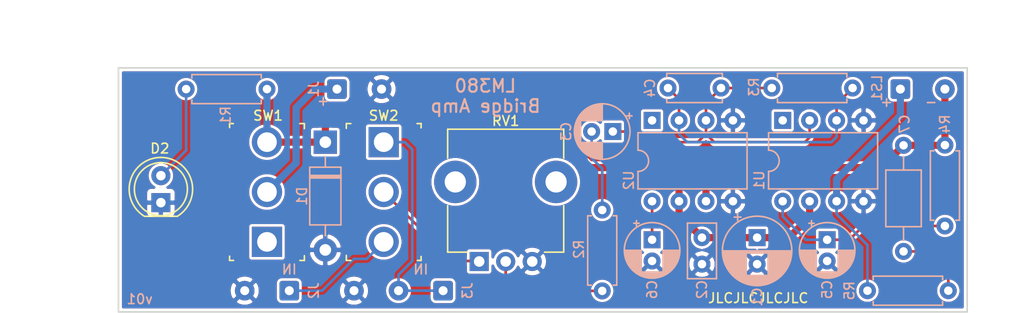
<source format=kicad_pcb>
(kicad_pcb (version 20171130) (host pcbnew "(5.1.9)-1")
  (title_block (title "LM380 - Bridge Amplifier") (date 2021-04-22) (rev v01) (comment 4 "Author: Graeme Thompson"))
  (layers (0 F.Cu signal) (31 B.Cu signal) (34 B.Paste user) (35 F.Paste user) (36 B.SilkS user) (37 F.SilkS user) (38 B.Mask user) (39 F.Mask user) (44 Edge.Cuts user))
  (net 0 "")
  (net 1 +15V)
  (net 2 "Net-(C3-Pad2)")
  (net 3 "Net-(C3-Pad1)")
  (net 4 "Net-(C4-Pad1)")
  (net 5 "Net-(C5-Pad1)")
  (net 6 "Net-(C6-Pad1)")
  (net 7 "Net-(C7-Pad1)")
  (net 8 "Net-(C7-Pad2)")
  (net 9 "Net-(D2-Pad2)")
  (net 10 "Net-(J1-Pad1)")
  (net 11 "Net-(LS1-Pad1)")
  (net 12 "Net-(R2-Pad2)")
  (net 13 "Net-(SW1-Pad1)")
  (net 14 "Net-(U1-Pad1)")
  (net 15 "Net-(U2-Pad1)")
  (net 16 "Net-(J2-Pad1)")
  (net 17 "Net-(J3-Pad1)")
  (net 18 GND)
  (net 19 /IN)
  (module Connector_Wire:SolderWire-0.25sqmm_1x02_P4.2mm_D0.65mm_OD1.7mm (layer B.Cu) (at 120.6 62)
    (fp_text reference J1 (at -2.2 0 90) (layer B.SilkS) (effects (font (size 0.918 0.918) (thickness 0.153)) (justify mirror)))
    (fp_text value Barrel_Jack)
    (pad 2 thru_hole circle (at 4.2 0) (size 1.85 1.85) (drill 0.85) (layers *.Cu *.Mask) (net 18 GND))
    (pad 1 thru_hole roundrect (at 0 0) (size 1.85 1.85) (drill 0.85) (layers *.Cu *.Mask) (roundrect_rratio 0.1351345945945946) (net 10 "Net-(J1-Pad1)"))
  )
  (module Diode_THT:D_DO-41_SOD81_P10.16mm_Horizontal (layer B.Cu) (at 119.5 67 270)
    (fp_text reference D1 (at 5.1 2.2 90) (layer B.SilkS) (effects (font (size 0.918 0.918) (thickness 0.153)) (justify mirror)))
    (fp_text value IN5817)
    (pad 2 thru_hole oval (at 10.16 0 270) (size 2.2 2.2) (drill 1.1) (layers *.Cu *.Mask) (net 18 GND))
    (pad 1 thru_hole rect (at 0 0 270) (size 2.2 2.2) (drill 1.1) (layers *.Cu *.Mask) (net 1 +15V))
  )
  (module Capacitor_THT:CP_Radial_D6.3mm_P2.50mm (layer B.Cu) (at 160.2 76 270)
    (fp_text reference C1 (at 5.6 0 270) (layer B.SilkS) (effects (font (size 0.918 0.918) (thickness 0.153)) (justify mirror)))
    (fp_text value 220u)
    (pad 1 thru_hole rect (at 0 0 270) (size 1.6 1.6) (drill 0.8) (layers *.Cu *.Mask) (net 1 +15V))
    (pad 2 thru_hole circle (at 2.5 0 270) (size 1.6 1.6) (drill 0.8) (layers *.Cu *.Mask) (net 18 GND))
  )
  (module Capacitor_THT:C_Disc_D5.0mm_W2.5mm_P2.50mm (layer B.Cu) (at 155 76 270)
    (fp_text reference C2 (at 4.9 0 270) (layer B.SilkS) (effects (font (size 0.918 0.918) (thickness 0.153)) (justify mirror)))
    (fp_text value 10n)
    (pad 1 thru_hole circle (at 0 0 270) (size 1.6 1.6) (drill 0.8) (layers *.Cu *.Mask) (net 1 +15V))
    (pad 2 thru_hole circle (at 2.5 0 270) (size 1.6 1.6) (drill 0.8) (layers *.Cu *.Mask) (net 18 GND))
  )
  (module Capacitor_THT:CP_Radial_D5.0mm_P2.00mm (layer B.Cu) (at 146.6 66 180)
    (fp_text reference C3 (at 4.4 0 90) (layer B.SilkS) (effects (font (size 0.918 0.918) (thickness 0.153)) (justify mirror)))
    (fp_text value 10u)
    (pad 2 thru_hole circle (at 2 0 180) (size 1.6 1.6) (drill 0.8) (layers *.Cu *.Mask) (net 2 "Net-(C3-Pad2)"))
    (pad 1 thru_hole rect (at 0 0 180) (size 1.6 1.6) (drill 0.8) (layers *.Cu *.Mask) (net 3 "Net-(C3-Pad1)"))
  )
  (module Capacitor_THT:C_Disc_D5.0mm_W2.5mm_P5.00mm (layer B.Cu) (at 151.8 61.9)
    (fp_text reference C4 (at -1.7 0 90) (layer B.SilkS) (effects (font (size 0.918 0.918) (thickness 0.153)) (justify mirror)))
    (fp_text value 100p)
    (pad 1 thru_hole circle (at 0 0) (size 1.6 1.6) (drill 0.8) (layers *.Cu *.Mask) (net 4 "Net-(C4-Pad1)"))
    (pad 2 thru_hole circle (at 5 0) (size 1.6 1.6) (drill 0.8) (layers *.Cu *.Mask) (net 3 "Net-(C3-Pad1)"))
  )
  (module Capacitor_THT:CP_Radial_D5.0mm_P2.00mm (layer B.Cu) (at 166.8 76.2 270)
    (fp_text reference C5 (at 4.7 0 270) (layer B.SilkS) (effects (font (size 0.918 0.918) (thickness 0.153)) (justify mirror)))
    (fp_text value 10u)
    (pad 1 thru_hole rect (at 0 0 270) (size 1.6 1.6) (drill 0.8) (layers *.Cu *.Mask) (net 5 "Net-(C5-Pad1)"))
    (pad 2 thru_hole circle (at 2 0 270) (size 1.6 1.6) (drill 0.8) (layers *.Cu *.Mask) (net 18 GND))
  )
  (module Capacitor_THT:CP_Radial_D5.0mm_P2.00mm (layer B.Cu) (at 150.3 76.2 270)
    (fp_text reference C6 (at 4.7 0 270) (layer B.SilkS) (effects (font (size 0.918 0.918) (thickness 0.153)) (justify mirror)))
    (fp_text value 10u)
    (pad 1 thru_hole rect (at 0 0 270) (size 1.6 1.6) (drill 0.8) (layers *.Cu *.Mask) (net 6 "Net-(C6-Pad1)"))
    (pad 2 thru_hole circle (at 2 0 270) (size 1.6 1.6) (drill 0.8) (layers *.Cu *.Mask) (net 18 GND))
  )
  (module Capacitor_THT:C_Axial_L5.1mm_D3.1mm_P10.00mm_Horizontal (layer B.Cu) (at 174 77.3 90)
    (fp_text reference C7 (at 12 0.1 90) (layer B.SilkS) (effects (font (size 0.918 0.918) (thickness 0.153)) (justify mirror)))
    (fp_text value 0.1u)
    (pad 1 thru_hole circle (at 0 0 90) (size 1.6 1.6) (drill 0.8) (layers *.Cu *.Mask) (net 7 "Net-(C7-Pad1)"))
    (pad 2 thru_hole oval (at 10 0 90) (size 1.6 1.6) (drill 0.8) (layers *.Cu *.Mask) (net 8 "Net-(C7-Pad2)"))
  )
  (module LED_THT:LED_D5.0mm_Clear (layer F.Cu) (at 104 72.7 90)
    (fp_text reference D2 (at 5.1 -0.1 180) (layer F.SilkS) (effects (font (size 0.918 0.918) (thickness 0.153))))
    (fp_text value LED)
    (pad 1 thru_hole rect (at 0 0 90) (size 1.8 1.8) (drill 0.9) (layers *.Cu *.Mask) (net 18 GND))
    (pad 2 thru_hole circle (at 2.54 0 90) (size 1.8 1.8) (drill 0.9) (layers *.Cu *.Mask) (net 9 "Net-(D2-Pad2)"))
  )
  (module Connector_Wire:SolderWire-0.25sqmm_1x02_P4.2mm_D0.65mm_OD1.7mm (layer B.Cu) (at 173.7 62)
    (fp_text reference LS1 (at -2.2 -0.1 90) (layer B.SilkS) (effects (font (size 0.918 0.918) (thickness 0.153)) (justify mirror)))
    (fp_text value Speaker)
    (pad 1 thru_hole roundrect (at 0 0) (size 1.85 1.85) (drill 0.85) (layers *.Cu *.Mask) (roundrect_rratio 0.1351345945945946) (net 11 "Net-(LS1-Pad1)"))
    (pad 2 thru_hole circle (at 4.2 0) (size 1.85 1.85) (drill 0.85) (layers *.Cu *.Mask) (net 8 "Net-(C7-Pad2)"))
  )
  (module Resistor_THT:R_Axial_DIN0207_L6.3mm_D2.5mm_P7.62mm_Horizontal (layer B.Cu) (at 114 62 180)
    (fp_text reference R1 (at 3.9 -2.5 90) (layer B.SilkS) (effects (font (size 0.918 0.918) (thickness 0.153)) (justify mirror)))
    (fp_text value 1k)
    (pad 2 thru_hole oval (at 7.62 0 180) (size 1.6 1.6) (drill 0.8) (layers *.Cu *.Mask) (net 9 "Net-(D2-Pad2)"))
    (pad 1 thru_hole circle (at 0 0 180) (size 1.6 1.6) (drill 0.8) (layers *.Cu *.Mask) (net 1 +15V))
  )
  (module Resistor_THT:R_Axial_DIN0207_L6.3mm_D2.5mm_P7.62mm_Horizontal (layer B.Cu) (at 145.6 73.4 270)
    (fp_text reference R2 (at 3.7 2.2 270) (layer B.SilkS) (effects (font (size 0.918 0.918) (thickness 0.153)) (justify mirror)))
    (fp_text value 100k)
    (pad 1 thru_hole circle (at 0 0 270) (size 1.6 1.6) (drill 0.8) (layers *.Cu *.Mask) (net 2 "Net-(C3-Pad2)"))
    (pad 2 thru_hole oval (at 7.62 0 270) (size 1.6 1.6) (drill 0.8) (layers *.Cu *.Mask) (net 12 "Net-(R2-Pad2)"))
  )
  (module Resistor_THT:R_Axial_DIN0207_L6.3mm_D2.5mm_P7.62mm_Horizontal (layer B.Cu) (at 169.2 61.9 180)
    (fp_text reference R3 (at 9.3 0.1 90) (layer B.SilkS) (effects (font (size 0.918 0.918) (thickness 0.153)) (justify mirror)))
    (fp_text value 470k)
    (pad 1 thru_hole circle (at 0 0 180) (size 1.6 1.6) (drill 0.8) (layers *.Cu *.Mask) (net 4 "Net-(C4-Pad1)"))
    (pad 2 thru_hole oval (at 7.62 0 180) (size 1.6 1.6) (drill 0.8) (layers *.Cu *.Mask) (net 3 "Net-(C3-Pad1)"))
  )
  (module Resistor_THT:R_Axial_DIN0207_L6.3mm_D2.5mm_P7.62mm_Horizontal (layer B.Cu) (at 177.9 74.9 90)
    (fp_text reference R4 (at 9.6 0 90) (layer B.SilkS) (effects (font (size 0.918 0.918) (thickness 0.153)) (justify mirror)))
    (fp_text value 2.2k)
    (pad 2 thru_hole oval (at 7.62 0 90) (size 1.6 1.6) (drill 0.8) (layers *.Cu *.Mask) (net 8 "Net-(C7-Pad2)"))
    (pad 1 thru_hole circle (at 0 0 90) (size 1.6 1.6) (drill 0.8) (layers *.Cu *.Mask) (net 5 "Net-(C5-Pad1)"))
  )
  (module Resistor_THT:R_Axial_DIN0207_L6.3mm_D2.5mm_P7.62mm_Horizontal (layer B.Cu) (at 170.6 81)
    (fp_text reference R5 (at -1.7 0 90) (layer B.SilkS) (effects (font (size 0.918 0.918) (thickness 0.153)) (justify mirror)))
    (fp_text value 10)
    (pad 1 thru_hole circle (at 0 0) (size 1.6 1.6) (drill 0.8) (layers *.Cu *.Mask) (net 11 "Net-(LS1-Pad1)"))
    (pad 2 thru_hole oval (at 7.62 0) (size 1.6 1.6) (drill 0.8) (layers *.Cu *.Mask) (net 7 "Net-(C7-Pad1)"))
  )
  (module Potentiometer_THT:Potentiometer_TT_P0915N (layer F.Cu) (at 134 78.25)
    (fp_text reference RV1 (at 2.5 -13.25) (layer F.SilkS) (effects (font (size 0.918 0.918) (thickness 0.153))))
    (fp_text value R_POT)
    (pad "" thru_hole oval (at 7.25 -7.5) (size 4 4) (drill 2) (layers *.Cu *.Mask))
    (pad "" thru_hole oval (at -2.25 -7.5) (size 4 4) (drill 2) (layers *.Cu *.Mask))
    (pad 3 thru_hole circle (at 5 0) (size 1.8 1.8) (drill 1) (layers *.Cu *.Mask) (net 18 GND))
    (pad 2 thru_hole circle (at 2.5 0) (size 1.8 1.8) (drill 1) (layers *.Cu *.Mask) (net 12 "Net-(R2-Pad2)"))
    (pad 1 thru_hole rect (at 0 0) (size 1.8 1.8) (drill 1) (layers *.Cu *.Mask) (net 19 /IN))
  )
  (module digikey-footprints:Toggle_Switch_100SP1T1B4M2QE (layer F.Cu) (at 114 76.4 90)
    (fp_text reference SW1 (at 11.9 0.1 180) (layer F.SilkS) (effects (font (size 0.918 0.918) (thickness 0.153))))
    (fp_text value "Power Switch")
    (pad 3 thru_hole circle (at 9.4 0 90) (size 2.85 2.85) (drill 1.85) (layers *.Cu *.Mask) (net 1 +15V))
    (pad 2 thru_hole circle (at 4.7 0 90) (size 2.85 2.85) (drill 1.85) (layers *.Cu *.Mask) (net 10 "Net-(J1-Pad1)"))
    (pad 1 thru_hole rect (at 0 0 90) (size 2.85 2.85) (drill 1.85) (layers *.Cu *.Mask) (net 13 "Net-(SW1-Pad1)"))
  )
  (module digikey-footprints:Toggle_Switch_100SP1T1B4M2QE (layer F.Cu) (at 125 67 270)
    (fp_text reference SW2 (at -2.5 0 180) (layer F.SilkS) (effects (font (size 0.918 0.918) (thickness 0.153))))
    (fp_text value "Toggle Input")
    (pad 1 thru_hole rect (at 0 0 270) (size 2.85 2.85) (drill 1.85) (layers *.Cu *.Mask) (net 17 "Net-(J3-Pad1)"))
    (pad 2 thru_hole circle (at 4.7 0 270) (size 2.85 2.85) (drill 1.85) (layers *.Cu *.Mask) (net 19 /IN))
    (pad 3 thru_hole circle (at 9.4 0 270) (size 2.85 2.85) (drill 1.85) (layers *.Cu *.Mask) (net 16 "Net-(J2-Pad1)"))
  )
  (module Package_DIP:DIP-8_W7.62mm (layer B.Cu) (at 162.61 64.95 270)
    (fp_text reference U1 (at 5.65 2.21 90) (layer B.SilkS) (effects (font (size 0.918 0.918) (thickness 0.153)) (justify mirror)))
    (fp_text value LM380N-8)
    (pad 1 thru_hole rect (at 0 0 270) (size 1.6 1.6) (drill 0.8) (layers *.Cu *.Mask) (net 14 "Net-(U1-Pad1)"))
    (pad 5 thru_hole oval (at 7.62 -7.62 270) (size 1.6 1.6) (drill 0.8) (layers *.Cu *.Mask) (net 18 GND))
    (pad 2 thru_hole oval (at 0 -2.54 270) (size 1.6 1.6) (drill 0.8) (layers *.Cu *.Mask) (net 3 "Net-(C3-Pad1)"))
    (pad 6 thru_hole oval (at 7.62 -5.08 270) (size 1.6 1.6) (drill 0.8) (layers *.Cu *.Mask) (net 11 "Net-(LS1-Pad1)"))
    (pad 3 thru_hole oval (at 0 -5.08 270) (size 1.6 1.6) (drill 0.8) (layers *.Cu *.Mask) (net 4 "Net-(C4-Pad1)"))
    (pad 7 thru_hole oval (at 7.62 -2.54 270) (size 1.6 1.6) (drill 0.8) (layers *.Cu *.Mask) (net 1 +15V))
    (pad 4 thru_hole oval (at 0 -7.62 270) (size 1.6 1.6) (drill 0.8) (layers *.Cu *.Mask) (net 18 GND))
    (pad 8 thru_hole oval (at 7.62 0 270) (size 1.6 1.6) (drill 0.8) (layers *.Cu *.Mask) (net 5 "Net-(C5-Pad1)"))
  )
  (module Package_DIP:DIP-8_W7.62mm (layer B.Cu) (at 150.3 64.95 270)
    (fp_text reference U2 (at 5.65 2.2 90) (layer B.SilkS) (effects (font (size 0.918 0.918) (thickness 0.153)) (justify mirror)))
    (fp_text value LM380N-8)
    (pad 8 thru_hole oval (at 7.62 0 270) (size 1.6 1.6) (drill 0.8) (layers *.Cu *.Mask) (net 6 "Net-(C6-Pad1)"))
    (pad 4 thru_hole oval (at 0 -7.62 270) (size 1.6 1.6) (drill 0.8) (layers *.Cu *.Mask) (net 18 GND))
    (pad 7 thru_hole oval (at 7.62 -2.54 270) (size 1.6 1.6) (drill 0.8) (layers *.Cu *.Mask) (net 1 +15V))
    (pad 3 thru_hole oval (at 0 -5.08 270) (size 1.6 1.6) (drill 0.8) (layers *.Cu *.Mask) (net 3 "Net-(C3-Pad1)"))
    (pad 6 thru_hole oval (at 7.62 -5.08 270) (size 1.6 1.6) (drill 0.8) (layers *.Cu *.Mask) (net 8 "Net-(C7-Pad2)"))
    (pad 2 thru_hole oval (at 0 -2.54 270) (size 1.6 1.6) (drill 0.8) (layers *.Cu *.Mask) (net 4 "Net-(C4-Pad1)"))
    (pad 5 thru_hole oval (at 7.62 -7.62 270) (size 1.6 1.6) (drill 0.8) (layers *.Cu *.Mask) (net 18 GND))
    (pad 1 thru_hole rect (at 0 0 270) (size 1.6 1.6) (drill 0.8) (layers *.Cu *.Mask) (net 15 "Net-(U2-Pad1)"))
  )
  (module Connector_Wire:SolderWire-0.25sqmm_1x02_P4.2mm_D0.65mm_OD1.7mm (layer B.Cu) (at 116.1 81 180)
    (fp_text reference J2 (at -2.3 0 270) (layer B.SilkS) (effects (font (size 0.918 0.918) (thickness 0.153)) (justify mirror)))
    (fp_text value "6.3mm Audio")
    (pad 1 thru_hole roundrect (at 0 0 180) (size 1.85 1.85) (drill 0.85) (layers *.Cu *.Mask) (roundrect_rratio 0.1351345945945946) (net 16 "Net-(J2-Pad1)"))
    (pad 2 thru_hole circle (at 4.2 0 180) (size 1.85 1.85) (drill 0.85) (layers *.Cu *.Mask) (net 18 GND))
  )
  (module Connector_Wire:SolderWire-0.25sqmm_1x03_P4.2mm_D0.65mm_OD1.7mm (layer B.Cu) (at 130.6 81 180)
    (fp_text reference J3 (at -2.3 0 270) (layer B.SilkS) (effects (font (size 0.918 0.918) (thickness 0.153)) (justify mirror)))
    (fp_text value "3.5mm Audio")
    (pad 1 thru_hole roundrect (at 0 0 180) (size 1.85 1.85) (drill 0.85) (layers *.Cu *.Mask) (roundrect_rratio 0.1351345945945946) (net 17 "Net-(J3-Pad1)"))
    (pad 2 thru_hole circle (at 4.2 0 180) (size 1.85 1.85) (drill 0.85) (layers *.Cu *.Mask) (net 17 "Net-(J3-Pad1)"))
    (pad 3 thru_hole circle (at 8.4 0 180) (size 1.85 1.85) (drill 0.85) (layers *.Cu *.Mask) (net 18 GND))
  )
  (gr_text JLCJLCJLCJLC (at 160.3 81.7) (layer F.SilkS) (effects (font (size 0.918 0.918) (thickness 0.153))))
  (gr_text v01 (at 102 81.8) (layer B.SilkS) (effects (font (size 0.918 0.918) (thickness 0.153)) (justify mirror)))
  (gr_text "Bridge Amp" (at 134.6 63.6) (layer B.SilkS) (effects (font (size 1.2 1.2) (thickness 0.2)) (justify mirror)))
  (gr_text - (at 176.6 63.2) (layer B.SilkS) (effects (font (size 0.918 0.918) (thickness 0.153)) (justify mirror)))
  (gr_text + (at 172.4 63.2) (layer B.SilkS) (effects (font (size 0.918 0.918) (thickness 0.153)) (justify mirror)))
  (gr_text + (at 119.3 63.1) (layer B.SilkS) (effects (font (size 0.918 0.918) (thickness 0.153)) (justify mirror)))
  (gr_text IN (at 116.1 79) (layer B.SilkS) (effects (font (size 0.918 0.918) (thickness 0.153)) (justify mirror)))
  (gr_text IN (at 128.5 79) (layer B.SilkS) (effects (font (size 0.918 0.918) (thickness 0.153)) (justify mirror)))
  (gr_text LM380 (at 137.6 61.7) (layer B.SilkS) (effects (font (size 1.2 1.2) (thickness 0.2)) (justify left mirror)))
  (gr_line (start 100 60) (end 100 83) (layer Edge.Cuts) (width 0.15))
  (gr_line (start 180 60) (end 100 60) (layer Edge.Cuts) (width 0.15))
  (gr_line (start 180 83) (end 180 60) (layer Edge.Cuts) (width 0.15))
  (gr_line (start 100 83) (end 180 83) (layer Edge.Cuts) (width 0.15))
  (segment (start 114 67) (end 114 62) (width 0.68) (layer B.Cu) (net 1))
  (segment (start 114 67) (end 119.5 67) (width 0.68) (layer F.Cu) (net 1))
  (segment (start 152.84 73.84) (end 155 76) (width 0.68) (layer F.Cu) (net 1))
  (segment (start 152.84 72.57) (end 152.84 73.84) (width 0.68) (layer F.Cu) (net 1))
  (segment (start 155 76) (end 160.2 76) (width 0.68) (layer F.Cu) (net 1))
  (segment (start 160.2 76) (end 163.2 76) (width 0.68) (layer F.Cu) (net 1))
  (segment (start 165.15 74.05) (end 165.15 72.57) (width 0.68) (layer F.Cu) (net 1))
  (segment (start 163.2 76) (end 165.15 74.05) (width 0.68) (layer F.Cu) (net 1))
  (segment (start 152.1 69.4) (end 152.84 70.14) (width 0.68) (layer F.Cu) (net 1))
  (segment (start 144.3 69.4) (end 152.1 69.4) (width 0.68) (layer F.Cu) (net 1))
  (segment (start 139.1 64.2) (end 144.3 69.4) (width 0.68) (layer F.Cu) (net 1))
  (segment (start 152.84 70.14) (end 152.84 72.57) (width 0.68) (layer F.Cu) (net 1))
  (segment (start 120.4 64.2) (end 139.1 64.2) (width 0.68) (layer F.Cu) (net 1))
  (segment (start 119.5 65.1) (end 120.4 64.2) (width 0.68) (layer F.Cu) (net 1))
  (segment (start 119.5 67) (end 119.5 65.1) (width 0.68) (layer F.Cu) (net 1))
  (segment (start 145.6 73.4) (end 145.6 69.5) (width 0.25) (layer B.Cu) (net 2))
  (segment (start 144.6 68.5) (end 144.6 66) (width 0.25) (layer B.Cu) (net 2))
  (segment (start 145.6 69.5) (end 144.6 68.5) (width 0.25) (layer B.Cu) (net 2))
  (segment (start 155.38 63.32) (end 156.8 61.9) (width 0.25) (layer F.Cu) (net 3))
  (segment (start 155.38 64.95) (end 155.38 63.32) (width 0.25) (layer F.Cu) (net 3))
  (segment (start 156.8 61.9) (end 161.58 61.9) (width 0.25) (layer F.Cu) (net 3))
  (segment (start 165.15 65.55) (end 165.15 64.95) (width 0.25) (layer F.Cu) (net 3))
  (segment (start 147.9 66) (end 148.9 67) (width 0.25) (layer F.Cu) (net 3))
  (segment (start 146.6 66) (end 147.9 66) (width 0.25) (layer F.Cu) (net 3))
  (segment (start 154.6 67) (end 155.38 66.22) (width 0.25) (layer F.Cu) (net 3))
  (segment (start 148.9 67) (end 154.6 67) (width 0.25) (layer F.Cu) (net 3))
  (segment (start 155.38 64.95) (end 155.38 66.22) (width 0.25) (layer F.Cu) (net 3))
  (segment (start 156.16 67) (end 155.38 66.22) (width 0.25) (layer F.Cu) (net 3))
  (segment (start 164.7 67) (end 156.16 67) (width 0.25) (layer F.Cu) (net 3))
  (segment (start 165.15 66.55) (end 164.7 67) (width 0.25) (layer F.Cu) (net 3))
  (segment (start 165.15 64.95) (end 165.15 66.55) (width 0.25) (layer F.Cu) (net 3))
  (segment (start 152.84 62.94) (end 151.8 61.9) (width 0.25) (layer F.Cu) (net 4))
  (segment (start 152.84 64.95) (end 152.84 62.94) (width 0.25) (layer F.Cu) (net 4))
  (segment (start 167.69 63.41) (end 169.2 61.9) (width 0.25) (layer F.Cu) (net 4))
  (segment (start 167.69 64.95) (end 167.69 63.41) (width 0.25) (layer F.Cu) (net 4))
  (segment (start 167.69 66.51) (end 167.69 64.95) (width 0.25) (layer B.Cu) (net 4))
  (segment (start 167.2 67) (end 167.69 66.51) (width 0.25) (layer B.Cu) (net 4))
  (segment (start 153.6 67) (end 167.2 67) (width 0.25) (layer B.Cu) (net 4))
  (segment (start 152.84 66.24) (end 153.6 67) (width 0.25) (layer B.Cu) (net 4))
  (segment (start 152.84 64.95) (end 152.84 66.24) (width 0.25) (layer B.Cu) (net 4))
  (segment (start 162.61 73.31) (end 162.61 72.57) (width 0.25) (layer B.Cu) (net 5))
  (segment (start 166.24 76.2) (end 166.8 76.2) (width 0.25) (layer B.Cu) (net 5))
  (segment (start 162.61 72.57) (end 162.61 73.11) (width 0.68) (layer B.Cu) (net 5))
  (segment (start 162.61 72.57) (end 162.61 74.01) (width 0.25) (layer B.Cu) (net 5))
  (segment (start 162.61 74.01) (end 164.8 76.2) (width 0.25) (layer B.Cu) (net 5))
  (segment (start 164.8 76.2) (end 166.8 76.2) (width 0.25) (layer B.Cu) (net 5))
  (segment (start 166.8 76.2) (end 168.9 76.2) (width 0.25) (layer F.Cu) (net 5))
  (segment (start 170.2 74.9) (end 177.9 74.9) (width 0.25) (layer F.Cu) (net 5))
  (segment (start 168.9 76.2) (end 170.2 74.9) (width 0.25) (layer F.Cu) (net 5))
  (segment (start 150.3 72.57) (end 150.3 76.2) (width 0.25) (layer F.Cu) (net 6))
  (segment (start 174 77.3) (end 176.8 77.3) (width 0.25) (layer F.Cu) (net 7))
  (segment (start 178.22 78.72) (end 178.2 78.7) (width 0.25) (layer F.Cu) (net 7))
  (segment (start 178.22 81) (end 178.22 78.72) (width 0.25) (layer F.Cu) (net 7))
  (segment (start 176.8 77.3) (end 178.2 78.7) (width 0.25) (layer F.Cu) (net 7))
  (segment (start 155.38 72.57) (end 155.38 70.52) (width 0.68) (layer F.Cu) (net 8))
  (segment (start 155.38 70.52) (end 156.5 69.4) (width 0.68) (layer F.Cu) (net 8))
  (segment (start 171.9 69.4) (end 174 67.3) (width 0.68) (layer F.Cu) (net 8))
  (segment (start 156.5 69.4) (end 171.9 69.4) (width 0.68) (layer F.Cu) (net 8))
  (segment (start 177.88 67.3) (end 177.9 67.28) (width 0.68) (layer F.Cu) (net 8))
  (segment (start 174 67.3) (end 177.88 67.3) (width 0.68) (layer F.Cu) (net 8))
  (segment (start 177.9 67.28) (end 177.9 62) (width 0.68) (layer F.Cu) (net 8))
  (segment (start 106.38 67.78) (end 104 70.16) (width 0.25) (layer B.Cu) (net 9))
  (segment (start 106.38 62) (end 106.38 67.78) (width 0.25) (layer B.Cu) (net 9))
  (segment (start 116.75 68.95) (end 114 71.7) (width 0.68) (layer B.Cu) (net 10))
  (segment (start 116.75 63.75) (end 116.75 68.95) (width 0.68) (layer B.Cu) (net 10))
  (segment (start 116.75 63.75) (end 118.5 62) (width 0.68) (layer B.Cu) (net 10))
  (segment (start 118.5 62) (end 120.6 62) (width 0.68) (layer B.Cu) (net 10))
  (segment (start 173.7 62) (end 173.7 64.5) (width 0.68) (layer B.Cu) (net 11))
  (segment (start 167.69 70.51) (end 167.69 72.57) (width 0.68) (layer B.Cu) (net 11))
  (segment (start 173.7 64.5) (end 167.69 70.51) (width 0.68) (layer B.Cu) (net 11))
  (segment (start 167.69 72.57) (end 167.69 73.79) (width 0.25) (layer B.Cu) (net 11))
  (segment (start 170.6 81) (end 170.6 76.7) (width 0.25) (layer B.Cu) (net 11))
  (segment (start 167.69 73.79) (end 170.6 76.7) (width 0.25) (layer B.Cu) (net 11))
  (segment (start 145.58 81) (end 145.6 81.02) (width 0.68) (layer F.Cu) (net 12))
  (segment (start 136.5 78.25) (end 136.5 80.1) (width 0.25) (layer F.Cu) (net 12))
  (segment (start 137.42 81.02) (end 145.6 81.02) (width 0.25) (layer F.Cu) (net 12))
  (segment (start 136.5 80.1) (end 137.42 81.02) (width 0.25) (layer F.Cu) (net 12))
  (segment (start 123.4 78) (end 125 76.4) (width 0.25) (layer B.Cu) (net 16))
  (segment (start 122.2 78) (end 123.4 78) (width 0.25) (layer B.Cu) (net 16))
  (segment (start 119.2 81) (end 119.3 80.9) (width 0.25) (layer B.Cu) (net 16))
  (segment (start 116.1 81) (end 119.2 81) (width 0.25) (layer B.Cu) (net 16))
  (segment (start 119.3 80.9) (end 122.2 78) (width 0.25) (layer B.Cu) (net 16))
  (segment (start 125 67) (end 127 67) (width 0.25) (layer B.Cu) (net 17))
  (segment (start 127 67) (end 127.7 67.7) (width 0.25) (layer B.Cu) (net 17))
  (segment (start 126.4 79.5) (end 127.7 78.2) (width 0.25) (layer B.Cu) (net 17))
  (segment (start 126.4 81.1) (end 126.4 79.5) (width 0.25) (layer B.Cu) (net 17))
  (segment (start 127.7 67.7) (end 127.7 78.2) (width 0.25) (layer B.Cu) (net 17))
  (segment (start 126.4 81) (end 130.6 81) (width 0.25) (layer B.Cu) (net 17))
  (segment (start 125 71.7) (end 131.5 78.2) (width 0.25) (layer F.Cu) (net 19))
  (segment (start 133.95 78.2) (end 134 78.25) (width 0.25) (layer F.Cu) (net 19))
  (segment (start 131.5 78.2) (end 133.95 78.2) (width 0.25) (layer F.Cu) (net 19))
  (zone (net 18) (net_name GND) (layer F.Cu) (connect_pads thru_hole_only (clearance 0.254)) (min_thickness 0.254) (fill yes (arc_segments 32) (thermal_gap 0.4) (thermal_bridge_width 0.4))
    (polygon (pts (xy 180.1 83.1) (xy 99.9 83.1) (xy 99.9 59.9) (xy 180.1 59.9)))
  )
  (zone (net 18) (net_name GND) (layer B.Cu) (connect_pads (clearance 0.254)) (min_thickness 0.254) (fill yes (arc_segments 32) (thermal_gap 0.4) (thermal_bridge_width 0.4))
    (polygon (pts (xy 180.1 83.1) (xy 99.9 83.1) (xy 99.9 59.9) (xy 180.1 59.9)))
  )
)
</source>
